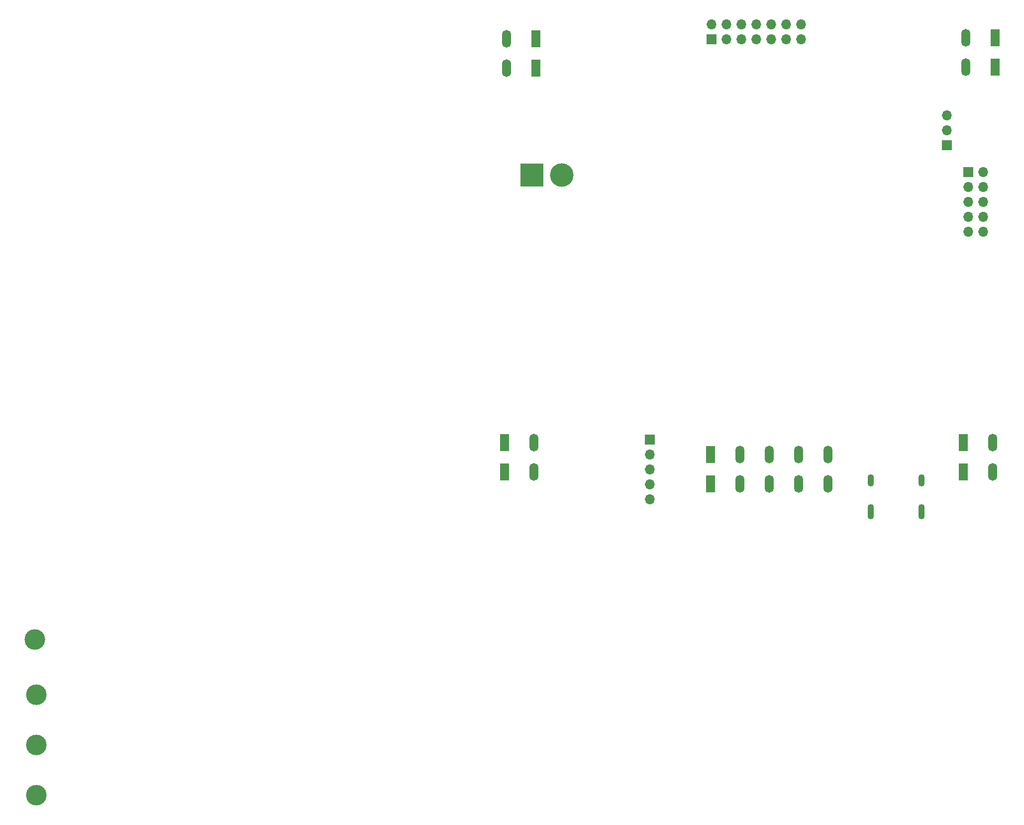
<source format=gbr>
%TF.GenerationSoftware,KiCad,Pcbnew,7.0.8*%
%TF.CreationDate,2023-11-24T11:58:06+01:00*%
%TF.ProjectId,menelaos-rev3,6d656e65-6c61-46f7-932d-726576332e6b,rev?*%
%TF.SameCoordinates,Original*%
%TF.FileFunction,Soldermask,Bot*%
%TF.FilePolarity,Negative*%
%FSLAX46Y46*%
G04 Gerber Fmt 4.6, Leading zero omitted, Abs format (unit mm)*
G04 Created by KiCad (PCBNEW 7.0.8) date 2023-11-24 11:58:06*
%MOMM*%
%LPD*%
G01*
G04 APERTURE LIST*
%ADD10R,1.500000X3.000000*%
%ADD11O,1.500000X3.000000*%
%ADD12R,1.700000X1.700000*%
%ADD13O,1.700000X1.700000*%
%ADD14C,3.500000*%
%ADD15R,4.000000X4.000000*%
%ADD16C,4.000000*%
%ADD17O,1.100000X2.100000*%
%ADD18O,1.100000X2.600000*%
G04 APERTURE END LIST*
D10*
%TO.C,J501*%
X227200000Y-127250000D03*
X227200000Y-132250000D03*
D11*
X232200000Y-127250000D03*
X232200000Y-132250000D03*
X237200000Y-127250000D03*
X237200000Y-132250000D03*
X242200000Y-127250000D03*
X242200000Y-132250000D03*
X247200000Y-127250000D03*
X247200000Y-132250000D03*
%TD*%
D10*
%TO.C,J201*%
X192150000Y-125150000D03*
X192150000Y-130150000D03*
D11*
X197150000Y-125150000D03*
X197150000Y-130150000D03*
%TD*%
D10*
%TO.C,J601*%
X197500000Y-61400000D03*
X197500000Y-56400000D03*
D11*
X192500000Y-61400000D03*
X192500000Y-56400000D03*
%TD*%
D12*
%TO.C,J402*%
X227375000Y-56525000D03*
D13*
X229915000Y-56525000D03*
X232455000Y-56525000D03*
X234995000Y-56525000D03*
X237535000Y-56525000D03*
X240075000Y-56525000D03*
X242615000Y-56525000D03*
X242615000Y-53985000D03*
X240075000Y-53985000D03*
X237535000Y-53985000D03*
X234995000Y-53985000D03*
X232455000Y-53985000D03*
X229915000Y-53985000D03*
X227375000Y-53985000D03*
%TD*%
D14*
%TO.C,H404*%
X112450000Y-185200000D03*
%TD*%
%TO.C,H403*%
X112450000Y-176650000D03*
%TD*%
D12*
%TO.C,J301*%
X271050000Y-79120000D03*
D13*
X273590000Y-79120000D03*
X271050000Y-81660000D03*
X273590000Y-81660000D03*
X271050000Y-84200000D03*
X273590000Y-84200000D03*
X271050000Y-86740000D03*
X273590000Y-86740000D03*
X271050000Y-89280000D03*
X273590000Y-89280000D03*
%TD*%
D15*
%TO.C,C214*%
X196850000Y-79600000D03*
D16*
X201850000Y-79600000D03*
%TD*%
D12*
%TO.C,J303*%
X216900000Y-124660000D03*
D13*
X216900000Y-127200000D03*
X216900000Y-129740000D03*
X216900000Y-132280000D03*
X216900000Y-134820000D03*
%TD*%
D14*
%TO.C,H401*%
X112200000Y-158750000D03*
%TD*%
%TO.C,H402*%
X112450000Y-168100000D03*
%TD*%
D12*
%TO.C,J401*%
X267400000Y-74530000D03*
D13*
X267400000Y-71990000D03*
X267400000Y-69450000D03*
%TD*%
D10*
%TO.C,J602*%
X270250000Y-125150000D03*
X270250000Y-130150000D03*
D11*
X275250000Y-125150000D03*
X275250000Y-130150000D03*
%TD*%
D10*
%TO.C,J603*%
X275650000Y-61300000D03*
X275650000Y-56300000D03*
D11*
X270650000Y-61300000D03*
X270650000Y-56300000D03*
%TD*%
D17*
%TO.C,J302*%
X254430000Y-131610000D03*
D18*
X254430000Y-136970000D03*
D17*
X263070000Y-131610000D03*
D18*
X263070000Y-136970000D03*
%TD*%
M02*

</source>
